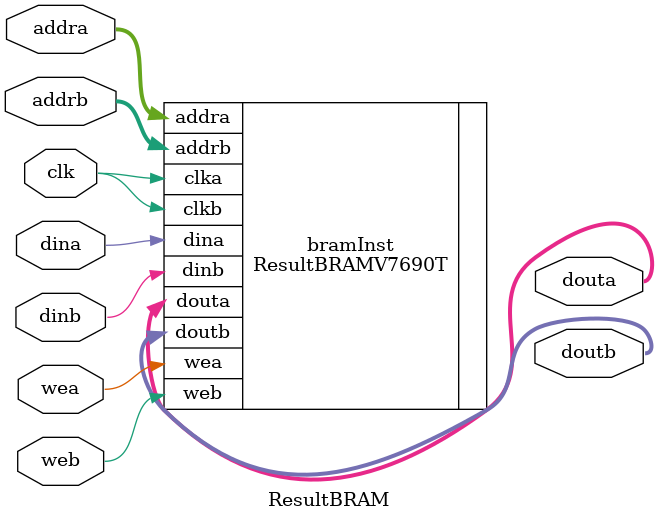
<source format=v>

module ResultBRAM (
  clk,
  wea,
  addra,
  dina,
  douta,
  web,
  addrb,
  dinb,
  doutb
);

input clk;
input [0 : 0] wea;
input [19 : 0] addra;
input [0 : 0] dina;
output [31 : 0] douta;
input [0 : 0] web;
input [19 : 0] addrb;
input [0 : 0] dinb;
output [31 : 0] doutb;

ResultBRAMV7690T bramInst (
  .clka(clk),
  .wea(wea),
  .addra(addra),
  .dina(dina),
  .douta(douta),
  .clkb(clk),
  .web(web),
  .addrb(addrb),
  .dinb(dinb),
  .doutb(doutb)
);

endmodule

</source>
